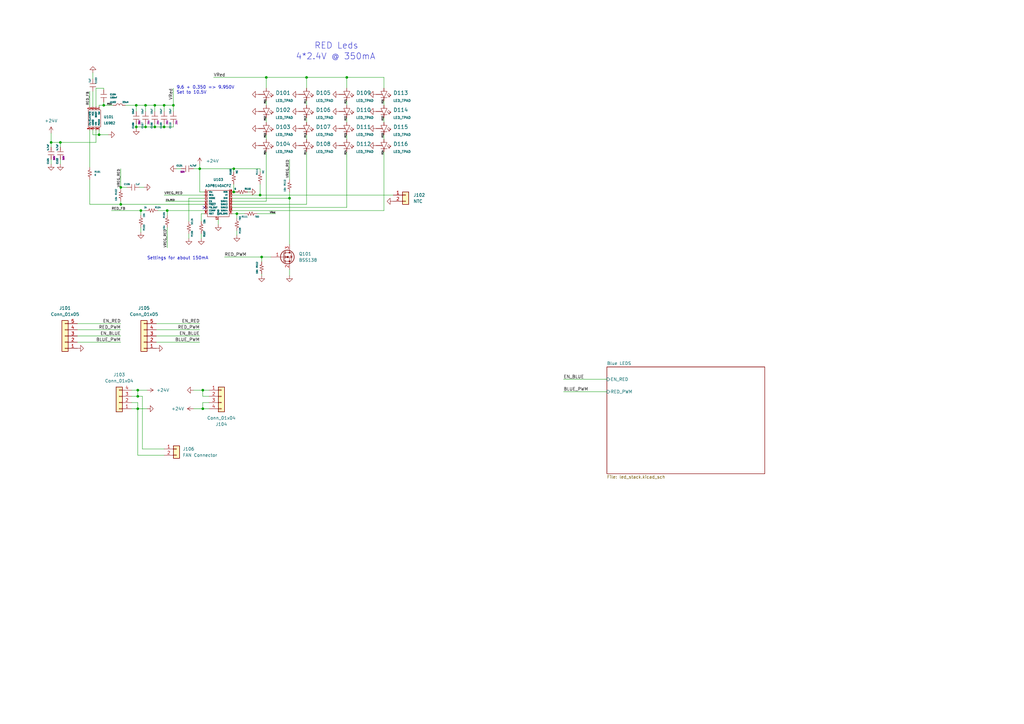
<source format=kicad_sch>
(kicad_sch (version 20211123) (generator eeschema)
  (paper "A3")
  (lib_symbols
    (symbol "ADP8140:ADP8140ACPZ"
      (property "Reference" "U" (at 0 6.985 0))
      (property "Value" "ADP8140ACPZ" (at 0 6.985 0))
      (symbol "ADP8140ACPZ_0_1"
        (rectangle (start -4.445 5.08) (end 4.445 -5.715) (stroke (width 0.1524)))
      )
      (symbol "ADP8140ACPZ_1_1"
        (pin power_in line (at -5.715 4.445 0) (length 1.27) (name "Vin") (number "1"))
        (pin power_out line (at 5.715 -3.175 180) (length 1.27) (name "SINK4") (number "10"))
        (pin power_out line (at 5.715 -1.905 180) (length 1.27) (name "SINK3") (number "11"))
        (pin power_out line (at 5.715 -0.635 180) (length 1.27) (name "SINK2") (number "12"))
        (pin power_out line (at 5.715 0.635 180) (length 1.27) (name "SINK1") (number "13"))
        (pin input line (at 5.715 1.905 180) (length 1.27) (name "DIM") (number "14"))
        (pin input line (at 5.715 3.175 180) (length 1.27) (name "VT") (number "15"))
        (pin input line (at 5.715 4.445 180) (length 1.27) (name "MIN") (number "16"))
        (pin power_in line (at 0 -6.985 90) (length 1.27) (name "EPAD") (number "17"))
        (pin power_out line (at -5.715 3.175 0) (length 1.27) (name "REG") (number "2"))
        (pin input line (at -5.715 1.905 0) (length 1.27) (name "MODE") (number "3"))
        (pin input line (at -5.715 0.635 0) (length 1.27) (name "EN") (number "4"))
        (pin output line (at -5.715 -0.635 0) (length 1.27) (name "~{FAULT}") (number "5"))
        (pin output line (at -5.715 -1.905 0) (length 1.27) (name "FB_OUT") (number "6"))
        (pin output line (at -5.715 -3.175 0) (length 1.27) (name "COMP") (number "7"))
        (pin input line (at -5.715 -4.445 0) (length 1.27) (name "ISET") (number "8"))
        (pin input line (at 5.715 -4.445 180) (length 1.27) (name "VO_SNS") (number "9"))
      )
    )
    (symbol "Connector_Generic:Conn_01x02" (pin_names (offset 1.016) hide)
      (property "Reference" "J" (at 0 2.54 0))
      (property "Value" "Conn_01x02" (at 0 -5.08 0))
      (symbol "Conn_01x02_1_1"
        (rectangle (start -1.27 -2.413) (end 0 -2.667) (stroke (width 0.1524)))
        (rectangle (start -1.27 0.127) (end 0 -0.127) (stroke (width 0.1524)))
        (rectangle (start -1.27 1.27) (end 1.27 -3.81) (stroke (width 0.254)) (fill (type background)))
        (pin passive line (at -5.08 0 0) (length 3.81) (name "Pin_1") (number "1"))
        (pin passive line (at -5.08 -2.54 0) (length 3.81) (name "Pin_2") (number "2"))
      )
    )
    (symbol "Connector_Generic:Conn_01x04" (pin_names (offset 1.016) hide)
      (property "Reference" "J" (at 0 5.08 0))
      (property "Value" "Conn_01x04" (at 0 -7.62 0))
      (symbol "Conn_01x04_1_1"
        (rectangle (start -1.27 -4.953) (end 0 -5.207) (stroke (width 0.1524)))
        (rectangle (start -1.27 -2.413) (end 0 -2.667) (stroke (width 0.1524)))
        (rectangle (start -1.27 0.127) (end 0 -0.127) (stroke (width 0.1524)))
        (rectangle (start -1.27 2.667) (end 0 2.413) (stroke (width 0.1524)))
        (rectangle (start -1.27 3.81) (end 1.27 -6.35) (stroke (width 0.254)) (fill (type background)))
        (pin passive line (at -5.08 2.54 0) (length 3.81) (name "Pin_1") (number "1"))
        (pin passive line (at -5.08 0 0) (length 3.81) (name "Pin_2") (number "2"))
        (pin passive line (at -5.08 -2.54 0) (length 3.81) (name "Pin_3") (number "3"))
        (pin passive line (at -5.08 -5.08 0) (length 3.81) (name "Pin_4") (number "4"))
      )
    )
    (symbol "Connector_Generic:Conn_01x05" (pin_names (offset 1.016) hide)
      (property "Reference" "J" (at 0 7.62 0))
      (property "Value" "Conn_01x05" (at 0 -7.62 0))
      (symbol "Conn_01x05_1_1"
        (rectangle (start -1.27 -4.953) (end 0 -5.207) (stroke (width 0.1524)))
        (rectangle (start -1.27 -2.413) (end 0 -2.667) (stroke (width 0.1524)))
        (rectangle (start -1.27 0.127) (end 0 -0.127) (stroke (width 0.1524)))
        (rectangle (start -1.27 2.667) (end 0 2.413) (stroke (width 0.1524)))
        (rectangle (start -1.27 5.207) (end 0 4.953) (stroke (width 0.1524)))
        (rectangle (start -1.27 6.35) (end 1.27 -6.35) (stroke (width 0.254)) (fill (type background)))
        (pin passive line (at -5.08 5.08 0) (length 3.81) (name "Pin_1") (number "1"))
        (pin passive line (at -5.08 2.54 0) (length 3.81) (name "Pin_2") (number "2"))
        (pin passive line (at -5.08 0 0) (length 3.81) (name "Pin_3") (number "3"))
        (pin passive line (at -5.08 -2.54 0) (length 3.81) (name "Pin_4") (number "4"))
        (pin passive line (at -5.08 -5.08 0) (length 3.81) (name "Pin_5") (number "5"))
      )
    )
    (symbol "L6982NDR:L6982"
      (property "Reference" "U" (at 0 4.445 0))
      (property "Value" "L6982" (at 0 4.445 0))
      (symbol "L6982_0_1"
        (rectangle (start -3.81 2.54) (end 3.175 -2.54) (stroke (width 0.1524)))
      )
      (symbol "L6982_1_1"
        (pin output line (at -5.08 1.905 0) (length 1.27) (name "SW") (number "1"))
        (pin input line (at -5.08 0.635 0) (length 1.27) (name "BOOT") (number "2"))
        (pin power_out line (at -5.08 -0.635 0) (length 1.27) (name "VCC") (number "3"))
        (pin input line (at -5.08 -1.905 0) (length 1.27) (name "FB") (number "4"))
        (pin input line (at 4.445 -1.905 180) (length 1.27) (name "EN/CLKIN") (number "5"))
        (pin power_in line (at 4.445 -0.635 180) (length 1.27) (name "AGND") (number "6"))
        (pin power_in line (at 4.445 0.635 180) (length 1.27) (name "VIN") (number "7"))
        (pin power_in line (at 4.445 1.905 180) (length 1.27) (name "PGND") (number "8"))
      )
    )
    (symbol "NMOS:BSS138" (pin_names (offset 0) hide)
      (property "Reference" "Q" (at 5.08 1.905 0))
      (property "Value" "BSS138" (at 5.08 0 0))
      (symbol "BSS138_0_1"
        (polyline (pts (xy 0.762 -1.778) (xy 2.54 -1.778)))
        (polyline (pts (xy 0.762 -1.27) (xy 0.762 -2.286)) (stroke (width 0.254)))
        (polyline (pts (xy 0.762 0) (xy 2.54 0)))
        (polyline (pts (xy 0.762 0.508) (xy 0.762 -0.508)) (stroke (width 0.254)))
        (polyline (pts (xy 0.762 1.778) (xy 2.54 1.778)))
        (polyline (pts (xy 0.762 2.286) (xy 0.762 1.27)) (stroke (width 0.254)))
        (polyline (pts (xy 2.54 -1.778) (xy 2.54 -2.54)))
        (polyline (pts (xy 2.54 -1.778) (xy 2.54 0)))
        (polyline (pts (xy 2.54 2.54) (xy 2.54 1.778)))
        (polyline (pts (xy 0.254 1.905) (xy 0.254 -1.905) (xy 0.254 -1.905)) (stroke (width 0.254)))
        (polyline (pts (xy 1.016 0) (xy 2.032 0.381) (xy 2.032 -0.381) (xy 1.016 0)) (fill (type outline)))
        (polyline (pts (xy 2.54 -1.778) (xy 3.302 -1.778) (xy 3.302 1.778) (xy 2.54 1.778)))
        (polyline (pts (xy 2.794 0.508) (xy 2.921 0.381) (xy 3.683 0.381) (xy 3.81 0.254)))
        (polyline (pts (xy 3.302 0.381) (xy 2.921 -0.254) (xy 3.683 -0.254) (xy 3.302 0.381)))
        (circle (center 1.651 0) (radius 2.8194) (stroke (width 0.254)))
        (circle (center 2.54 -1.778) (radius 0.2794) (fill (type outline)))
        (circle (center 2.54 1.778) (radius 0.2794) (fill (type outline)))
      )
      (symbol "BSS138_1_1"
        (pin input line (at -5.08 0 0) (length 5.334) (name "G") (number "1"))
        (pin passive line (at 2.54 -5.08 90) (length 2.54) (name "S") (number "2"))
        (pin passive line (at 2.54 5.08 270) (length 2.54) (name "D") (number "3"))
      )
    )
    (symbol "passives:CAP_0603" (pin_numbers hide) (pin_names (offset 0) hide)
      (property "Reference" "C" (at 0 -2.54 0))
      (property "Value" "CAP_0603" (at 0 1.905 0))
      (symbol "CAP_0603_0_1"
        (polyline (pts (xy -1.27 0) (xy -0.635 0)))
        (polyline (pts (xy -0.635 -1.27) (xy -0.635 1.27)))
        (polyline (pts (xy 0.635 -1.27) (xy 0.635 -0.635)))
        (polyline (pts (xy 0.635 0.635) (xy 0.635 -0.635)))
        (polyline (pts (xy 0.635 1.27) (xy 0.635 0.635)))
        (polyline (pts (xy 1.27 0) (xy 0.635 0)))
      )
      (symbol "CAP_0603_1_1"
        (pin passive line (at -2.54 0 0) (length 1.27) (name "~") (number "1"))
        (pin passive line (at 2.54 0 180) (length 1.27) (name "~") (number "2"))
      )
    )
    (symbol "passives:CAP_0805" (pin_numbers hide) (pin_names (offset 0) hide)
      (property "Reference" "C" (at 0 -2.54 0))
      (property "Value" "CAP_0805" (at 0 1.905 0))
      (symbol "CAP_0805_0_1"
        (polyline (pts (xy -1.27 0) (xy -0.635 0)))
        (polyline (pts (xy -0.635 -1.27) (xy -0.635 1.27)))
        (polyline (pts (xy 0.635 -1.27) (xy 0.635 -0.635)))
        (polyline (pts (xy 0.635 0.635) (xy 0.635 -0.635)))
        (polyline (pts (xy 0.635 1.27) (xy 0.635 0.635)))
        (polyline (pts (xy 1.27 0) (xy 0.635 0)))
      )
      (symbol "CAP_0805_1_1"
        (pin passive line (at -2.54 0 0) (length 1.27) (name "~") (number "1"))
        (pin passive line (at 2.54 0 180) (length 1.27) (name "~") (number "2"))
      )
    )
    (symbol "passives:CAP_1206" (pin_numbers hide) (pin_names (offset 0) hide)
      (property "Reference" "C" (at 0 -2.54 0))
      (property "Value" "CAP_1206" (at 0 1.905 0))
      (symbol "CAP_1206_0_1"
        (polyline (pts (xy -1.27 0) (xy -0.635 0)))
        (polyline (pts (xy -0.635 -1.27) (xy -0.635 1.27)))
        (polyline (pts (xy 0.635 -1.27) (xy 0.635 -0.635)))
        (polyline (pts (xy 0.635 0.635) (xy 0.635 -0.635)))
        (polyline (pts (xy 0.635 1.27) (xy 0.635 0.635)))
        (polyline (pts (xy 1.27 0) (xy 0.635 0)))
      )
      (symbol "CAP_1206_1_1"
        (pin passive line (at -2.54 0 0) (length 1.27) (name "~") (number "1"))
        (pin passive line (at 2.54 0 180) (length 1.27) (name "~") (number "2"))
      )
    )
    (symbol "passives:IND_SMALL" (pin_numbers hide) (pin_names (offset 0) hide)
      (property "Reference" "U" (at 0 0 0))
      (property "Value" "IND_SMALL" (at 0 0 0))
      (symbol "IND_SMALL_0_1"
        (arc (start 0 0) (mid -0.635 0.635) (end -1.27 0))
        (arc (start 1.27 0) (mid 0.635 0.635) (end 0 0))
      )
      (symbol "IND_SMALL_1_1"
        (pin passive line (at -2.54 0 0) (length 1.27) (name "~") (number "1"))
        (pin passive line (at 2.54 0 180) (length 1.27) (name "~") (number "2"))
      )
    )
    (symbol "passives:LED_TPAD" (pin_numbers hide) (pin_names (offset 0) hide)
      (property "Reference" "D" (at 8.255 0 0))
      (property "Value" "LED_TPAD" (at 0 4.445 0))
      (symbol "LED_TPAD_0_1"
        (polyline (pts (xy 0 1.27) (xy 1.016 2.286)))
        (polyline (pts (xy 0.508 2.794) (xy 0 2.794)))
        (polyline (pts (xy 1.016 2.286) (xy 0.508 2.286)))
        (polyline (pts (xy 1.016 2.286) (xy 1.016 1.778)))
        (polyline (pts (xy 1.27 0) (xy 1.27 -1.27)))
        (polyline (pts (xy 1.27 0) (xy 1.27 1.27)))
        (polyline (pts (xy -0.508 1.778) (xy 0.508 2.794) (xy 0.508 2.286)))
        (polyline (pts (xy -1.27 0) (xy -1.27 1.27) (xy 1.27 0) (xy -1.27 -1.27) (xy -1.27 0)))
      )
      (symbol "LED_TPAD_1_1"
        (pin input line (at -2.54 0 0) (length 1.27) (name "A") (number "A"))
        (pin input line (at 2.54 0 180) (length 1.27) (name "K") (number "K"))
        (pin passive line (at 0 -3.175 90) (length 2.54) (name "PAD") (number "N"))
      )
    )
    (symbol "passives:RES_0603" (pin_numbers hide) (pin_names (offset 0) hide)
      (property "Reference" "R" (at 0 -2.54 0))
      (property "Value" "RES_0603" (at 0 1.27 0))
      (symbol "RES_0603_0_1"
        (polyline (pts (xy -1.27 0) (xy -1.016 0.762) (xy -0.508 -0.762) (xy 0 0.762) (xy 0.508 -0.762) (xy 1.016 0.762) (xy 1.27 0)))
      )
      (symbol "RES_0603_1_1"
        (pin input line (at -2.54 0 0) (length 1.27) (name "1") (number "1"))
        (pin input line (at 2.54 0 180) (length 1.27) (name "2") (number "2"))
      )
    )
    (symbol "power:+24V" (power) (pin_names (offset 0))
      (property "Value" "+24V" (at 0 3.556 0))
      (symbol "+24V_0_1"
        (polyline (pts (xy -0.762 1.27) (xy 0 2.54)))
        (polyline (pts (xy 0 0) (xy 0 2.54)))
        (polyline (pts (xy 0 2.54) (xy 0.762 1.27)))
      )
      (symbol "+24V_1_1"
        (pin power_in line (at 0 0 90) (length 0) hide (name "+24V") (number "1"))
      )
    )
    (symbol "power:GND" (power) (pin_names (offset 0))
      (property "Value" "GND" (at 0 -3.81 0))
      (symbol "GND_0_1"
        (polyline (pts (xy 0 0) (xy 0 -1.27) (xy 1.27 -1.27) (xy 0 -2.54) (xy -1.27 -1.27) (xy 0 -1.27)))
      )
      (symbol "GND_1_1"
        (pin power_in line (at 0 0 270) (length 0) hide (name "GND") (number "1"))
      )
    )
  )
  (junction (at 107.315 105.41))
  (junction (at 109.22 31.75))
  (junction (at 68.58 86.36))
  (junction (at 142.24 31.75))
  (junction (at 49.53 76.835))
  (junction (at 106.68 80.01))
  (junction (at 97.155 87.63))
  (junction (at 40.64 55.245))
  (junction (at 55.88 52.07))
  (junction (at 83.185 160.02))
  (junction (at 24.765 58.42))
  (junction (at 59.69 43.18))
  (junction (at 20.955 58.42))
  (junction (at 71.12 43.18))
  (junction (at 56.515 160.02))
  (junction (at 67.31 43.18))
  (junction (at 95.885 78.74))
  (junction (at 67.31 52.07))
  (junction (at 55.88 43.18))
  (junction (at 125.73 31.75))
  (junction (at 59.69 52.07))
  (junction (at 56.515 167.64))
  (junction (at 95.885 69.215))
  (junction (at 56.515 162.56))
  (junction (at 63.5 52.07))
  (junction (at 83.185 167.64))
  (junction (at 81.915 69.215))
  (junction (at 42.545 43.18))
  (junction (at 57.785 86.36))
  (junction (at 63.5 43.18))
  (junction (at 118.745 81.28))
  (junction (at 49.53 83.82))
  (no_connect (at 83.82 85.09))
  (wire (pts (xy 71.12 50.8) (xy 71.12 52.07)))
  (wire (pts (xy 63.5 43.18) (xy 63.5 45.72)))
  (wire (pts (xy 56.515 160.02) (xy 56.515 162.56)))
  (wire (pts (xy 31.75 137.795) (xy 49.53 137.795)))
  (wire (pts (xy 49.53 76.835) (xy 49.53 77.47)))
  (wire (pts (xy 101.6 78.74) (xy 102.235 78.74)))
  (wire (pts (xy 71.12 43.18) (xy 67.31 43.18)))
  (wire (pts (xy 81.915 78.74) (xy 81.915 69.215)))
  (wire (pts (xy 125.73 48.26) (xy 125.73 50.165)))
  (wire (pts (xy 59.69 50.8) (xy 59.69 52.07)))
  (wire (pts (xy 68.58 86.36) (xy 68.58 88.265)))
  (wire (pts (xy 109.22 82.55) (xy 109.22 62.23)))
  (wire (pts (xy 67.31 52.07) (xy 71.12 52.07)))
  (wire (pts (xy 56.515 160.02) (xy 60.325 160.02)))
  (wire (pts (xy 56.515 165.1) (xy 56.515 167.64)))
  (wire (pts (xy 83.185 162.56) (xy 83.185 160.02)))
  (wire (pts (xy 248.92 155.575) (xy 231.14 155.575)))
  (wire (pts (xy 42.545 41.91) (xy 42.545 43.18)))
  (wire (pts (xy 55.88 43.18) (xy 55.88 45.72)))
  (wire (pts (xy 83.185 167.64) (xy 83.185 165.1)))
  (wire (pts (xy 142.24 31.75) (xy 125.73 31.75)))
  (wire (pts (xy 58.42 184.15) (xy 67.31 184.15)))
  (wire (pts (xy 95.25 80.01) (xy 106.68 80.01)))
  (wire (pts (xy 56.515 167.64) (xy 56.515 186.69)))
  (wire (pts (xy 157.48 86.36) (xy 157.48 62.23)))
  (wire (pts (xy 53.975 167.64) (xy 56.515 167.64)))
  (wire (pts (xy 85.725 167.64) (xy 83.185 167.64)))
  (wire (pts (xy 71.12 45.72) (xy 71.12 43.18)))
  (wire (pts (xy 49.53 69.215) (xy 49.53 76.835)))
  (wire (pts (xy 53.975 160.02) (xy 56.515 160.02)))
  (wire (pts (xy 157.48 48.26) (xy 157.48 50.165)))
  (wire (pts (xy 24.765 58.42) (xy 20.955 58.42)))
  (wire (pts (xy 57.785 86.36) (xy 57.785 88.265)))
  (wire (pts (xy 95.25 82.55) (xy 109.22 82.55)))
  (wire (pts (xy 38.1 53.34) (xy 38.1 55.245)))
  (wire (pts (xy 248.92 160.655) (xy 231.14 160.655)))
  (wire (pts (xy 97.155 87.63) (xy 97.155 89.535)))
  (wire (pts (xy 82.55 95.885) (xy 82.55 97.79)))
  (wire (pts (xy 64.135 137.795) (xy 81.915 137.795)))
  (wire (pts (xy 51.435 43.18) (xy 55.88 43.18)))
  (wire (pts (xy 49.53 82.55) (xy 49.53 83.82)))
  (wire (pts (xy 95.25 81.28) (xy 118.745 81.28)))
  (wire (pts (xy 83.82 78.74) (xy 81.915 78.74)))
  (wire (pts (xy 40.64 43.815) (xy 40.64 43.18)))
  (wire (pts (xy 97.155 87.63) (xy 100.33 87.63)))
  (wire (pts (xy 106.68 75.565) (xy 106.68 80.01)))
  (wire (pts (xy 57.785 93.345) (xy 57.785 95.25)))
  (wire (pts (xy 39.37 36.195) (xy 42.545 36.195)))
  (wire (pts (xy 142.24 31.75) (xy 142.24 36.195)))
  (wire (pts (xy 142.24 55.245) (xy 142.24 57.15)))
  (wire (pts (xy 58.42 162.56) (xy 58.42 184.15)))
  (wire (pts (xy 125.73 55.245) (xy 125.73 57.15)))
  (wire (pts (xy 74.295 69.215) (xy 72.39 69.215)))
  (wire (pts (xy 81.915 69.215) (xy 95.885 69.215)))
  (wire (pts (xy 40.64 43.18) (xy 42.545 43.18)))
  (wire (pts (xy 106.68 69.215) (xy 95.885 69.215)))
  (wire (pts (xy 68.58 86.36) (xy 83.82 86.36)))
  (wire (pts (xy 63.5 52.07) (xy 67.31 52.07)))
  (wire (pts (xy 107.315 105.41) (xy 107.315 107.315)))
  (wire (pts (xy 38.1 37.465) (xy 38.1 43.815)))
  (wire (pts (xy 125.73 41.275) (xy 125.73 43.18)))
  (wire (pts (xy 157.48 31.75) (xy 142.24 31.75)))
  (wire (pts (xy 125.73 31.75) (xy 125.73 36.195)))
  (wire (pts (xy 63.5 50.8) (xy 63.5 52.07)))
  (wire (pts (xy 95.885 69.215) (xy 95.885 70.485)))
  (wire (pts (xy 20.955 54.61) (xy 20.955 58.42)))
  (wire (pts (xy 63.5 43.18) (xy 59.69 43.18)))
  (wire (pts (xy 24.765 58.42) (xy 24.765 60.325)))
  (wire (pts (xy 67.31 50.8) (xy 67.31 52.07)))
  (wire (pts (xy 31.75 140.335) (xy 49.53 140.335)))
  (wire (pts (xy 40.64 55.245) (xy 44.45 55.245)))
  (wire (pts (xy 45.72 86.36) (xy 57.785 86.36)))
  (wire (pts (xy 107.315 112.395) (xy 107.315 113.03)))
  (wire (pts (xy 142.24 41.275) (xy 142.24 43.18)))
  (wire (pts (xy 56.515 186.69) (xy 67.31 186.69)))
  (wire (pts (xy 40.64 53.34) (xy 40.64 55.245)))
  (wire (pts (xy 95.25 86.36) (xy 157.48 86.36)))
  (wire (pts (xy 38.1 55.245) (xy 40.64 55.245)))
  (wire (pts (xy 53.975 162.56) (xy 56.515 162.56)))
  (wire (pts (xy 85.725 165.1) (xy 83.185 165.1)))
  (wire (pts (xy 67.31 43.18) (xy 67.31 45.72)))
  (wire (pts (xy 89.535 90.17) (xy 89.535 92.075)))
  (wire (pts (xy 68.58 93.345) (xy 68.58 101.6)))
  (wire (pts (xy 157.48 41.275) (xy 157.48 43.18)))
  (wire (pts (xy 118.745 78.74) (xy 118.745 81.28)))
  (wire (pts (xy 59.69 52.07) (xy 63.5 52.07)))
  (wire (pts (xy 20.955 65.405) (xy 20.955 67.31)))
  (wire (pts (xy 157.48 55.245) (xy 157.48 57.15)))
  (wire (pts (xy 59.69 43.18) (xy 55.88 43.18)))
  (wire (pts (xy 106.68 70.485) (xy 106.68 69.215)))
  (wire (pts (xy 142.24 85.09) (xy 142.24 62.23)))
  (wire (pts (xy 67.31 80.01) (xy 83.82 80.01)))
  (wire (pts (xy 118.745 65.405) (xy 118.745 73.66)))
  (wire (pts (xy 55.88 50.8) (xy 55.88 52.07)))
  (wire (pts (xy 85.725 162.56) (xy 83.185 162.56)))
  (wire (pts (xy 95.25 85.09) (xy 142.24 85.09)))
  (wire (pts (xy 125.73 83.82) (xy 125.73 62.23)))
  (wire (pts (xy 83.185 160.02) (xy 79.375 160.02)))
  (wire (pts (xy 55.88 52.07) (xy 59.69 52.07)))
  (wire (pts (xy 39.37 43.815) (xy 39.37 36.195)))
  (wire (pts (xy 109.22 41.275) (xy 109.22 43.18)))
  (wire (pts (xy 39.37 53.34) (xy 39.37 58.42)))
  (wire (pts (xy 64.135 135.255) (xy 81.915 135.255)))
  (wire (pts (xy 118.745 81.28) (xy 118.745 100.33)))
  (wire (pts (xy 42.545 36.195) (xy 42.545 36.83)))
  (wire (pts (xy 106.68 80.01) (xy 161.29 80.01)))
  (wire (pts (xy 36.83 53.34) (xy 36.83 68.58)))
  (wire (pts (xy 36.83 37.465) (xy 36.83 43.815)))
  (wire (pts (xy 79.375 69.215) (xy 81.915 69.215)))
  (wire (pts (xy 49.53 76.835) (xy 52.07 76.835)))
  (wire (pts (xy 59.69 86.36) (xy 57.785 86.36)))
  (wire (pts (xy 67.945 82.55) (xy 83.82 82.55)))
  (wire (pts (xy 77.47 95.885) (xy 77.47 97.79)))
  (wire (pts (xy 109.22 48.26) (xy 109.22 50.165)))
  (wire (pts (xy 95.885 75.565) (xy 95.885 78.74)))
  (wire (pts (xy 157.48 36.195) (xy 157.48 31.75)))
  (wire (pts (xy 109.22 31.75) (xy 109.22 36.195)))
  (wire (pts (xy 71.12 36.195) (xy 71.12 43.18)))
  (wire (pts (xy 87.63 31.75) (xy 109.22 31.75)))
  (wire (pts (xy 24.765 65.405) (xy 24.765 67.31)))
  (wire (pts (xy 125.73 31.75) (xy 109.22 31.75)))
  (wire (pts (xy 56.515 162.56) (xy 58.42 162.56)))
  (wire (pts (xy 95.25 83.82) (xy 125.73 83.82)))
  (wire (pts (xy 92.075 105.41) (xy 107.315 105.41)))
  (wire (pts (xy 55.88 52.07) (xy 55.88 52.705)))
  (wire (pts (xy 42.545 43.18) (xy 46.355 43.18)))
  (wire (pts (xy 53.975 165.1) (xy 56.515 165.1)))
  (wire (pts (xy 36.83 83.82) (xy 49.53 83.82)))
  (wire (pts (xy 83.185 167.64) (xy 79.375 167.64)))
  (wire (pts (xy 64.135 140.335) (xy 81.915 140.335)))
  (wire (pts (xy 83.82 81.28) (xy 77.47 81.28)))
  (wire (pts (xy 95.25 87.63) (xy 97.155 87.63)))
  (wire (pts (xy 85.725 160.02) (xy 83.185 160.02)))
  (wire (pts (xy 97.155 94.615) (xy 97.155 96.52)))
  (wire (pts (xy 38.1 29.845) (xy 38.1 32.385)))
  (wire (pts (xy 77.47 81.28) (xy 77.47 90.805)))
  (wire (pts (xy 49.53 83.82) (xy 83.82 83.82)))
  (wire (pts (xy 95.25 78.74) (xy 95.885 78.74)))
  (wire (pts (xy 59.69 43.18) (xy 59.69 45.72)))
  (wire (pts (xy 81.915 67.31) (xy 81.915 69.215)))
  (wire (pts (xy 64.77 86.36) (xy 68.58 86.36)))
  (wire (pts (xy 31.75 135.255) (xy 49.53 135.255)))
  (wire (pts (xy 142.24 48.26) (xy 142.24 50.165)))
  (wire (pts (xy 36.83 73.66) (xy 36.83 83.82)))
  (wire (pts (xy 56.515 167.64) (xy 60.325 167.64)))
  (wire (pts (xy 118.745 110.49) (xy 118.745 113.03)))
  (wire (pts (xy 64.135 132.715) (xy 81.915 132.715)))
  (wire (pts (xy 39.37 58.42) (xy 24.765 58.42)))
  (wire (pts (xy 95.885 78.74) (xy 96.52 78.74)))
  (wire (pts (xy 20.955 58.42) (xy 20.955 60.325)))
  (wire (pts (xy 57.15 76.835) (xy 59.055 76.835)))
  (wire (pts (xy 83.82 87.63) (xy 82.55 87.63)))
  (wire (pts (xy 31.75 132.715) (xy 49.53 132.715)))
  (wire (pts (xy 107.315 105.41) (xy 111.125 105.41)))
  (wire (pts (xy 105.41 87.63) (xy 113.03 87.63)))
  (wire (pts (xy 109.22 55.245) (xy 109.22 57.15)))
  (wire (pts (xy 82.55 87.63) (xy 82.55 90.805)))
  (wire (pts (xy 67.31 43.18) (xy 63.5 43.18)))
  (text "9.6 + 0.350 => 9.950V\nSet to 10.5V" (at 72.39 38.735 0) (effects (font (size 1.27 1.27)) (justify left bottom)))
  (text "Settings for about 150mA" (at 60.325 106.68 0) (effects (font (size 1.27 1.27)) (justify left bottom)))
  (text "4*2.4V @ 350mA" (at 121.285 24.765 0) (effects (font (size 2.54 2.54)) (justify left bottom)))
  (text "RED Leds" (at 128.905 20.32 0) (effects (font (size 2.54 2.54)) (justify left bottom)))
  (label "VRed" (at 113.03 87.63 180) (effects (font (size 0.635 0.635))))
  (label "VRed" (at 87.63 31.75 0))
  (label "R34" (at 157.48 63.5 90) (effects (font (size 0.635 0.635))))
  (label "R31" (at 157.48 42.545 90) (effects (font (size 0.635 0.635))))
  (label "BLUE_PWM" (at 81.915 140.335 180))
  (label "R11" (at 125.73 42.545 90) (effects (font (size 0.635 0.635))))
  (label "VRed" (at 71.12 36.195 270))
  (label "EN_BLUE" (at 49.53 137.795 180))
  (label "RSW" (at 43.815 43.18 0) (effects (font (size 0.635 0.635))))
  (label "EN_RED" (at 49.53 132.715 180))
  (label "VREG_RED" (at 68.58 101.6 90) (effects (font (size 1 1))))
  (label "RED_FB" (at 36.83 37.465 270) (effects (font (size 1 1))))
  (label "R33" (at 157.48 56.515 90) (effects (font (size 0.635 0.635))))
  (label "R03" (at 109.22 56.515 90) (effects (font (size 0.635 0.635))))
  (label "R13" (at 125.73 56.515 90) (effects (font (size 0.635 0.635))))
  (label "BLUE_PWM" (at 231.14 160.655 0))
  (label "R01" (at 109.22 42.545 90) (effects (font (size 0.635 0.635))))
  (label "R32" (at 157.48 49.53 90) (effects (font (size 0.635 0.635))))
  (label "R04" (at 109.22 63.5 90) (effects (font (size 0.635 0.635))))
  (label "EN_BLUE" (at 231.14 155.575 0))
  (label "RED_PWM" (at 81.915 135.255 180))
  (label "VREG_RED" (at 49.53 69.215 270) (effects (font (size 1 1))))
  (label "VREG_RED" (at 118.745 65.405 270) (effects (font (size 1 1))))
  (label "R02" (at 109.22 49.53 90) (effects (font (size 0.635 0.635))))
  (label "EN_BLUE" (at 81.915 137.795 180))
  (label "RED_PWM" (at 92.075 105.41 0))
  (label "EN_RED" (at 67.945 82.55 0) (effects (font (size 0.635 0.635))))
  (label "EN_RED" (at 81.915 132.715 180))
  (label "R23" (at 142.24 56.515 90) (effects (font (size 0.635 0.635))))
  (label "R12" (at 125.73 49.53 90) (effects (font (size 0.635 0.635))))
  (label "VREG_RED" (at 67.31 80.01 0) (effects (font (size 1 1))))
  (label "R14" (at 125.73 63.5 90) (effects (font (size 0.635 0.635))))
  (label "RED_FB" (at 45.72 86.36 0) (effects (font (size 1 1))))
  (label "R21" (at 142.24 42.545 90) (effects (font (size 0.635 0.635))))
  (label "BLUE_PWM" (at 49.53 140.335 180))
  (label "R24" (at 142.24 63.5 90) (effects (font (size 0.635 0.635))))
  (label "RED_PWM" (at 49.53 135.255 180))
  (label "R22" (at 142.24 49.53 90) (effects (font (size 0.635 0.635))))
  (symbol (lib_id "power:GND") (at 89.535 92.075 0) (unit 1)
    (property "Reference" "#PWR0119" (effects hide))
    (property "Value" "GND" (effects hide))
  )
  (symbol (lib_id "passives:CAP_1206") (at 59.69 48.26 270) (unit 1)
    (property "Reference" "C107" (at 58.42 50.165 0) (effects (font (size 0.635 0.635)) (justify left)))
    (property "Value" "10uF" (at 58.42 44.45 0) (effects (font (size 0.635 0.635)) (justify left)))
    (property "Footprint" "SM1206" (effects hide))
    (property "Volt" "25V" (at 60.96 50.165 0) (effects (font (size 0.635 0.635))))
    (property "Vendor" "MOUSER" (effects hide))
    (property "SKU" "810-C3216X7R1H106160" (effects hide))
  )
  (symbol (lib_id "power:GND") (at 60.325 167.64 90) (unit 1)
    (property "Reference" "#PWR0171" (effects hide))
    (property "Value" "GND" (effects hide))
  )
  (symbol (lib_id "power:GND") (at 139.065 59.69 270) (unit 1)
    (property "Reference" "#PWR0110" (effects hide))
    (property "Value" "GND" (effects hide))
  )
  (symbol (lib_id "ADP8140:ADP8140ACPZ") (at 89.535 83.185 0) (unit 1)
    (property "Reference" "U103" (at 89.535 73.66 0) (effects (font (size 1 1))))
    (property "Value" "ADP8140ACPZ" (at 89.535 76.2 0) (effects (font (size 1 1))))
    (property "Footprint" "QFN:ADP8140_LFCSP16_4x4_0.4mm" (effects hide))
  )
  (symbol (lib_id "power:GND") (at 72.39 69.215 270) (unit 1)
    (property "Reference" "#PWR0168" (effects hide))
    (property "Value" "GND" (effects hide))
  )
  (symbol (lib_id "passives:LED_TPAD") (at 109.22 45.72 270) (unit 1)
    (property "Reference" "D102" (at 113.03 45.085 90) (effects (font (size 1.524 1.524)) (justify left)))
    (property "Value" "LED_TPAD" (at 113.03 48.2599 90) (effects (font (size 0.9906 0.9906)) (justify left)))
    (property "Footprint" "Cree:XLamp_MLE" (effects hide))
  )
  (symbol (lib_id "power:GND") (at 154.305 38.735 270) (unit 1)
    (property "Reference" "#PWR0106" (effects hide))
    (property "Value" "GND" (effects hide))
  )
  (symbol (lib_id "passives:RES_0603") (at 107.315 109.855 90) (unit 1)
    (property "Reference" "R112" (at 105.41 107.315 0) (effects (font (size 0.635 0.635)) (justify right)))
    (property "Value" "10k" (at 105.41 110.49 0) (effects (font (size 0.635 0.635)) (justify right)))
    (property "Footprint" "SM0603" (effects hide))
  )
  (symbol (lib_id "passives:LED_TPAD") (at 109.22 38.735 270) (unit 1)
    (property "Reference" "D101" (at 113.03 38.1 90) (effects (font (size 1.524 1.524)) (justify left)))
    (property "Value" "LED_TPAD" (at 113.03 41.2749 90) (effects (font (size 0.9906 0.9906)) (justify left)))
    (property "Footprint" "Cree:XLamp_MLE" (effects hide))
  )
  (symbol (lib_id "power:GND") (at 102.235 78.74 90) (unit 1)
    (property "Reference" "#PWR0123" (effects hide))
    (property "Value" "GND" (effects hide))
  )
  (symbol (lib_id "passives:RES_0603") (at 36.83 71.12 90) (unit 1)
    (property "Reference" "R101" (at 38.735 70.485 90) (effects (font (size 0.635 0.635)) (justify right)))
    (property "Value" "0" (at 38.735 71.755 90) (effects (font (size 0.635 0.635)) (justify right)))
    (property "Footprint" "SM0603" (effects hide))
  )
  (symbol (lib_id "power:GND") (at 122.555 52.705 270) (unit 1)
    (property "Reference" "#PWR0109" (effects hide))
    (property "Value" "GND" (effects hide))
  )
  (symbol (lib_id "passives:LED_TPAD") (at 157.48 59.69 270) (unit 1)
    (property "Reference" "D116" (at 161.29 59.055 90) (effects (font (size 1.524 1.524)) (justify left)))
    (property "Value" "LED_TPAD" (at 161.29 62.2299 90) (effects (font (size 0.9906 0.9906)) (justify left)))
    (property "Footprint" "Cree:XLamp_MLE" (effects hide))
  )
  (symbol (lib_id "power:GND") (at 77.47 97.79 0) (unit 1)
    (property "Reference" "#PWR0129" (effects hide))
    (property "Value" "GND" (effects hide))
  )
  (symbol (lib_id "power:GND") (at 24.765 67.31 0) (unit 1)
    (property "Reference" "#PWR0124" (effects hide))
    (property "Value" "GND" (effects hide))
  )
  (symbol (lib_id "Connector_Generic:Conn_01x05") (at 59.055 137.795 180) (unit 1)
    (property "Reference" "J105" (at 59.055 126.365 0))
    (property "Value" "Conn_01x05" (at 59.055 128.905 0))
    (property "Footprint" "Connector_JST:JST_XH_B5B-XH-A_1x05_P2.50mm_Vertical" (effects hide))
  )
  (symbol (lib_id "passives:LED_TPAD") (at 157.48 45.72 270) (unit 1)
    (property "Reference" "D114" (at 161.29 45.085 90) (effects (font (size 1.524 1.524)) (justify left)))
    (property "Value" "LED_TPAD" (at 161.29 48.2599 90) (effects (font (size 0.9906 0.9906)) (justify left)))
    (property "Footprint" "Cree:XLamp_MLE" (effects hide))
  )
  (symbol (lib_id "passives:LED_TPAD") (at 142.24 52.705 270) (unit 1)
    (property "Reference" "D111" (at 146.05 52.07 90) (effects (font (size 1.524 1.524)) (justify left)))
    (property "Value" "LED_TPAD" (at 146.05 55.2449 90) (effects (font (size 0.9906 0.9906)) (justify left)))
    (property "Footprint" "Cree:XLamp_MLE" (effects hide))
  )
  (symbol (lib_id "passives:RES_0603") (at 57.785 90.805 270) (unit 1)
    (property "Reference" "R103" (at 59.055 93.345 0) (effects (font (size 0.635 0.635))))
    (property "Value" "10k" (at 59.055 88.265 0) (effects (font (size 0.635 0.635))))
    (property "Footprint" "SM0603" (effects hide))
  )
  (symbol (lib_id "Connector_Generic:Conn_01x02") (at 72.39 184.15 0) (unit 1)
    (property "Reference" "J106" (at 74.93 184.1499 0) (effects (justify left)))
    (property "Value" "FAN Connector" (at 74.93 186.6899 0) (effects (justify left)))
    (property "Footprint" "Connector_JST:JST_XH_B2B-XH-A_1x02_P2.50mm_Vertical" (effects hide))
  )
  (symbol (lib_id "passives:CAP_0805") (at 54.61 76.835 0) (unit 1)
    (property "Reference" "C105" (at 52.07 75.565 0) (effects (font (size 0.635 0.635))))
    (property "Value" "1uF" (at 56.515 75.565 0) (effects (font (size 0.635 0.635))))
    (property "Footprint" "SM0805" (effects hide))
  )
  (symbol (lib_id "passives:CAP_1206") (at 55.88 48.26 270) (unit 1)
    (property "Reference" "C106" (at 54.61 50.165 0) (effects (font (size 0.635 0.635)) (justify left)))
    (property "Value" "10uF" (at 54.61 44.45 0) (effects (font (size 0.635 0.635)) (justify left)))
    (property "Footprint" "SM1206" (effects hide))
    (property "Volt" "25V" (at 57.15 50.165 0) (effects (font (size 0.635 0.635))))
    (property "Vendor" "MOUSER" (effects hide))
    (property "SKU" "810-C3216X7R1H106160" (effects hide))
  )
  (symbol (lib_id "passives:LED_TPAD") (at 125.73 59.69 270) (unit 1)
    (property "Reference" "D108" (at 129.54 59.055 90) (effects (font (size 1.524 1.524)) (justify left)))
    (property "Value" "LED_TPAD" (at 129.54 62.2299 90) (effects (font (size 0.9906 0.9906)) (justify left)))
    (property "Footprint" "Cree:XLamp_MLE" (effects hide))
  )
  (symbol (lib_id "power:+24V") (at 20.955 54.61 0) (unit 1)
    (property "Reference" "#PWR0126" (effects hide))
    (property "Value" "+24V" (at 20.955 49.53 0))
  )
  (symbol (lib_id "power:GND") (at 44.45 55.245 90) (unit 1)
    (property "Reference" "#PWR0118" (effects hide))
    (property "Value" "GND" (effects hide))
  )
  (symbol (lib_id "passives:LED_TPAD") (at 109.22 52.705 270) (unit 1)
    (property "Reference" "D103" (at 113.03 52.07 90) (effects (font (size 1.524 1.524)) (justify left)))
    (property "Value" "LED_TPAD" (at 113.03 55.2449 90) (effects (font (size 0.9906 0.9906)) (justify left)))
    (property "Footprint" "Cree:XLamp_MLE" (effects hide))
  )
  (symbol (lib_id "passives:CAP_0603") (at 42.545 39.37 90) (unit 1)
    (property "Reference" "C104" (at 45.085 38.735 90) (effects (font (size 0.635 0.635)) (justify right)))
    (property "Value" "100nF" (at 45.085 40.005 90) (effects (font (size 0.635 0.635)) (justify right)))
    (property "Footprint" "SM0603" (effects hide))
  )
  (symbol (lib_id "passives:RES_0603") (at 62.23 86.36 0) (unit 1)
    (property "Reference" "R104" (at 64.77 85.09 0) (effects (font (size 0.635 0.635))))
    (property "Value" "3k" (at 59.69 85.09 0) (effects (font (size 0.635 0.635))))
    (property "Footprint" "SM0603" (effects hide))
  )
  (symbol (lib_id "power:+24V") (at 79.375 167.64 90) (unit 1)
    (property "Reference" "#PWR0173" (effects hide))
    (property "Value" "+24V" (at 75.565 167.6401 90) (effects (justify left)))
  )
  (symbol (lib_id "Connector_Generic:Conn_01x04") (at 90.805 162.56 0) (unit 1)
    (property "Reference" "J104" (at 90.805 173.99 0))
    (property "Value" "Conn_01x04" (at 90.805 171.45 0))
    (property "Footprint" "Connectors_Molex:MICROFIT_4POS_FEM_43650-0403" (effects hide))
  )
  (symbol (lib_id "passives:RES_0603") (at 118.745 76.2 90) (unit 1)
    (property "Reference" "R113" (at 116.84 73.66 0) (effects (font (size 0.635 0.635)) (justify right)))
    (property "Value" "10k" (at 116.84 76.835 0) (effects (font (size 0.635 0.635)) (justify right)))
    (property "Footprint" "SM0603" (effects hide))
  )
  (symbol (lib_id "power:GND") (at 154.305 45.72 270) (unit 1)
    (property "Reference" "#PWR0105" (effects hide))
    (property "Value" "GND" (effects hide))
  )
  (symbol (lib_id "Connector_Generic:Conn_01x05") (at 26.67 137.795 180) (unit 1)
    (property "Reference" "J101" (at 26.67 126.365 0))
    (property "Value" "Conn_01x05" (at 26.67 128.905 0))
    (property "Footprint" "Connector_JST:JST_XH_B5B-XH-A_1x05_P2.50mm_Vertical" (effects hide))
  )
  (symbol (lib_id "passives:IND_SMALL") (at 48.895 43.18 0) (unit 1)
    (property "Reference" "U102" (at 46.355 41.91 0) (effects (font (size 0.635 0.635))))
    (property "Value" "22uH" (at 51.435 41.91 0) (effects (font (size 0.635 0.635))))
    (property "Footprint" "Bourns:IND_SRP8540A_8.1x8.4x3.8mm" (effects hide))
    (property "Vendor" "MOUSER" (effects hide))
    (property "SKU" "652-SRP8540A-220M" (effects hide))
  )
  (symbol (lib_id "power:+24V") (at 81.915 67.31 0) (unit 1)
    (property "Reference" "#PWR0167" (effects hide))
    (property "Value" "+24V" (at 84.455 66.0399 0) (effects (justify left)))
  )
  (symbol (lib_id "passives:CAP_1206") (at 24.765 62.865 270) (unit 1)
    (property "Reference" "C102" (at 23.495 64.77 0) (effects (font (size 0.635 0.635)) (justify left)))
    (property "Value" "4.7uF" (at 23.495 59.055 0) (effects (font (size 0.635 0.635)) (justify left)))
    (property "Footprint" "SM1206" (effects hide))
    (property "Volt" "50V" (at 26.035 64.77 0) (effects (font (size 0.635 0.635))))
  )
  (symbol (lib_id "passives:LED_TPAD") (at 142.24 38.735 270) (unit 1)
    (property "Reference" "D109" (at 146.05 38.1 90) (effects (font (size 1.524 1.524)) (justify left)))
    (property "Value" "LED_TPAD" (at 146.05 41.2749 90) (effects (font (size 0.9906 0.9906)) (justify left)))
    (property "Footprint" "Cree:XLamp_MLE" (effects hide))
  )
  (symbol (lib_id "power:GND") (at 106.045 38.735 270) (unit 1)
    (property "Reference" "#PWR0115" (effects hide))
    (property "Value" "GND" (effects hide))
  )
  (symbol (lib_id "passives:CAP_1206") (at 67.31 48.26 270) (unit 1)
    (property "Reference" "C109" (at 66.04 50.165 0) (effects (font (size 0.635 0.635)) (justify left)))
    (property "Value" "10uF" (at 66.04 44.45 0) (effects (font (size 0.635 0.635)) (justify left)))
    (property "Footprint" "SM1206" (effects hide))
    (property "Volt" "25V" (at 68.58 50.165 0) (effects (font (size 0.635 0.635))))
    (property "Vendor" "MOUSER" (effects hide))
    (property "SKU" "810-C3216X7R1H106160" (effects hide))
  )
  (symbol (lib_id "passives:CAP_1206") (at 20.955 62.865 270) (unit 1)
    (property "Reference" "C101" (at 19.685 64.77 0) (effects (font (size 0.635 0.635)) (justify left)))
    (property "Value" "4.7uF" (at 19.685 59.055 0) (effects (font (size 0.635 0.635)) (justify left)))
    (property "Footprint" "SM1206" (effects hide))
    (property "Volt" "50V" (at 22.225 64.77 0) (effects (font (size 0.635 0.635))))
  )
  (symbol (lib_id "passives:RES_0603") (at 49.53 80.01 90) (unit 1)
    (property "Reference" "R102" (at 47.625 77.47 0) (effects (font (size 0.635 0.635)) (justify right)))
    (property "Value" "10k" (at 47.625 80.645 0) (effects (font (size 0.635 0.635)) (justify right)))
    (property "Footprint" "SM0603" (effects hide))
  )
  (symbol (lib_id "power:GND") (at 106.045 59.69 270) (unit 1)
    (property "Reference" "#PWR0113" (effects hide))
    (property "Value" "GND" (effects hide))
  )
  (symbol (lib_id "passives:LED_TPAD") (at 125.73 38.735 270) (unit 1)
    (property "Reference" "D105" (at 129.54 38.1 90) (effects (font (size 1.524 1.524)) (justify left)))
    (property "Value" "LED_TPAD" (at 129.54 41.2749 90) (effects (font (size 0.9906 0.9906)) (justify left)))
    (property "Footprint" "Cree:XLamp_MLE" (effects hide))
  )
  (symbol (lib_id "passives:LED_TPAD") (at 157.48 52.705 270) (unit 1)
    (property "Reference" "D115" (at 161.29 52.07 90) (effects (font (size 1.524 1.524)) (justify left)))
    (property "Value" "LED_TPAD" (at 161.29 55.2449 90) (effects (font (size 0.9906 0.9906)) (justify left)))
    (property "Footprint" "Cree:XLamp_MLE" (effects hide))
  )
  (symbol (lib_id "passives:RES_0603") (at 106.68 73.025 90) (unit 1)
    (property "Reference" "R114" (at 105.41 70.485 0) (effects (font (size 0.635 0.635))))
    (property "Value" "NC" (at 107.95 70.485 0) (effects (font (size 0.635 0.635))))
    (property "Footprint" "SM0603" (effects hide))
  )
  (symbol (lib_id "power:GND") (at 79.375 160.02 270) (unit 1)
    (property "Reference" "#PWR0172" (effects hide))
    (property "Value" "GND" (effects hide))
  )
  (symbol (lib_id "passives:RES_0603") (at 102.87 87.63 180) (unit 1)
    (property "Reference" "R111" (at 100.33 88.9 0) (effects (font (size 0.635 0.635))))
    (property "Value" "TBD" (at 105.41 88.9 0) (effects (font (size 0.635 0.635))))
    (property "Footprint" "SM0603" (effects hide))
  )
  (symbol (lib_id "power:GND") (at 161.29 82.55 270) (unit 1)
    (property "Reference" "#PWR0132" (effects hide))
    (property "Value" "GND" (effects hide))
  )
  (symbol (lib_id "passives:RES_0603") (at 77.47 93.345 270) (unit 1)
    (property "Reference" "R106" (at 78.74 95.885 0) (effects (font (size 0.635 0.635))))
    (property "Value" "52.3k" (at 78.74 90.805 0) (effects (font (size 0.635 0.635))))
    (property "Footprint" "SM0603" (effects hide))
  )
  (symbol (lib_id "L6982NDR:L6982") (at 38.735 48.895 270) (unit 1)
    (property "Reference" "U101" (at 42.545 47.9425 90) (effects (font (size 1 1)) (justify left)))
    (property "Value" "L6982" (at 42.545 50.4825 90) (effects (font (size 1 1)) (justify left)))
    (property "Footprint" "SOIC:SOIC-8_208mil" (effects hide))
  )
  (symbol (lib_id "power:GND") (at 97.155 96.52 0) (unit 1)
    (property "Reference" "#PWR0122" (effects hide))
    (property "Value" "GND" (effects hide))
  )
  (symbol (lib_id "power:GND") (at 59.055 76.835 90) (unit 1)
    (property "Reference" "#PWR0131" (effects hide))
    (property "Value" "GND" (effects hide))
  )
  (symbol (lib_id "passives:CAP_1206") (at 71.12 48.26 270) (unit 1)
    (property "Reference" "C110" (at 69.85 50.165 0) (effects (font (size 0.635 0.635)) (justify left)))
    (property "Value" "10uF" (at 69.85 44.45 0) (effects (font (size 0.635 0.635)) (justify left)))
    (property "Footprint" "SM1206" (effects hide))
    (property "Volt" "25V" (at 72.39 50.165 0) (effects (font (size 0.635 0.635))))
    (property "Vendor" "MOUSER" (effects hide))
    (property "SKU" "810-C3216X7R1H106160" (effects hide))
  )
  (symbol (lib_id "power:GND") (at 82.55 97.79 0) (unit 1)
    (property "Reference" "#PWR0128" (effects hide))
    (property "Value" "GND" (effects hide))
  )
  (symbol (lib_id "power:GND") (at 107.315 113.03 0) (unit 1)
    (property "Reference" "#PWR0120" (effects hide))
    (property "Value" "GND" (effects hide))
  )
  (symbol (lib_id "power:GND") (at 20.955 67.31 0) (unit 1)
    (property "Reference" "#PWR0125" (effects hide))
    (property "Value" "GND" (effects hide))
  )
  (symbol (lib_id "power:GND") (at 106.045 45.72 270) (unit 1)
    (property "Reference" "#PWR0116" (effects hide))
    (property "Value" "GND" (effects hide))
  )
  (symbol (lib_id "power:+24V") (at 60.325 160.02 270) (unit 1)
    (property "Reference" "#PWR0133" (effects hide))
    (property "Value" "+24V" (at 64.135 160.0199 90) (effects (justify left)))
  )
  (symbol (lib_id "power:GND") (at 106.045 52.705 270) (unit 1)
    (property "Reference" "#PWR0114" (effects hide))
    (property "Value" "GND" (effects hide))
  )
  (symbol (lib_id "power:GND") (at 139.065 52.705 270) (unit 1)
    (property "Reference" "#PWR0111" (effects hide))
    (property "Value" "GND" (effects hide))
  )
  (symbol (lib_id "passives:RES_0603") (at 97.155 92.075 270) (unit 1)
    (property "Reference" "R109" (at 98.425 94.615 0) (effects (font (size 0.635 0.635))))
    (property "Value" "TBD" (at 98.425 89.535 0) (effects (font (size 0.635 0.635))))
    (property "Footprint" "SM0603" (effects hide))
  )
  (symbol (lib_id "passives:LED_TPAD") (at 142.24 45.72 270) (unit 1)
    (property "Reference" "D110" (at 146.05 45.085 90) (effects (font (size 1.524 1.524)) (justify left)))
    (property "Value" "LED_TPAD" (at 146.05 48.2599 90) (effects (font (size 0.9906 0.9906)) (justify left)))
    (property "Footprint" "Cree:XLamp_MLE" (effects hide))
  )
  (symbol (lib_id "Connector_Generic:Conn_01x02") (at 166.37 80.01 0) (unit 1)
    (property "Reference" "J102" (at 169.545 80.0099 0) (effects (justify left)))
    (property "Value" "NTC" (at 169.545 82.5499 0) (effects (justify left)))
    (property "Footprint" "Connector_JST:JST_XH_B2B-XH-A_1x02_P2.50mm_Vertical" (effects hide))
  )
  (symbol (lib_id "passives:RES_0603") (at 95.885 73.025 90) (unit 1)
    (property "Reference" "R108" (at 94.615 70.485 0) (effects (font (size 0.635 0.635))))
    (property "Value" "NC" (at 97.155 70.485 0) (effects (font (size 0.635 0.635))))
    (property "Footprint" "SM0603" (effects hide))
  )
  (symbol (lib_id "power:GND") (at 139.065 45.72 270) (unit 1)
    (property "Reference" "#PWR0103" (effects hide))
    (property "Value" "GND" (effects hide))
  )
  (symbol (lib_id "passives:CAP_1206") (at 63.5 48.26 270) (unit 1)
    (property "Reference" "C108" (at 62.23 50.165 0) (effects (font (size 0.635 0.635)) (justify left)))
    (property "Value" "10uF" (at 62.23 44.45 0) (effects (font (size 0.635 0.635)) (justify left)))
    (property "Footprint" "SM1206" (effects hide))
    (property "Volt" "25V" (at 64.77 50.165 0) (effects (font (size 0.635 0.635))))
    (property "Vendor" "MOUSER" (effects hide))
    (property "SKU" "810-C3216X7R1H106160" (effects hide))
  )
  (symbol (lib_id "power:GND") (at 122.555 38.735 270) (unit 1)
    (property "Reference" "#PWR0107" (effects hide))
    (property "Value" "GND" (effects hide))
  )
  (symbol (lib_id "passives:LED_TPAD") (at 142.24 59.69 270) (unit 1)
    (property "Reference" "D112" (at 146.05 59.055 90) (effects (font (size 1.524 1.524)) (justify left)))
    (property "Value" "LED_TPAD" (at 146.05 62.2299 90) (effects (font (size 0.9906 0.9906)) (justify left)))
    (property "Footprint" "Cree:XLamp_MLE" (effects hide))
  )
  (symbol (lib_id "passives:LED_TPAD") (at 157.48 38.735 270) (unit 1)
    (property "Reference" "D113" (at 161.29 38.1 90) (effects (font (size 1.524 1.524)) (justify left)))
    (property "Value" "LED_TPAD" (at 161.29 41.2749 90) (effects (font (size 0.9906 0.9906)) (justify left)))
    (property "Footprint" "Cree:XLamp_MLE" (effects hide))
  )
  (symbol (lib_id "power:GND") (at 57.785 95.25 0) (unit 1)
    (property "Reference" "#PWR0130" (effects hide))
    (property "Value" "GND" (effects hide))
  )
  (symbol (lib_id "power:GND") (at 154.305 59.69 270) (unit 1)
    (property "Reference" "#PWR0102" (effects hide))
    (property "Value" "GND" (effects hide))
  )
  (symbol (lib_id "passives:CAP_0805") (at 38.1 34.925 90) (unit 1)
    (property "Reference" "C103" (at 39.37 33.02 0) (effects (font (size 0.635 0.635))))
    (property "Value" "1uF" (at 36.83 33.02 0) (effects (font (size 0.635 0.635))))
    (property "Footprint" "SM0805" (effects hide))
  )
  (symbol (lib_id "power:GND") (at 122.555 45.72 270) (unit 1)
    (property "Reference" "#PWR0108" (effects hide))
    (property "Value" "GND" (effects hide))
  )
  (symbol (lib_id "power:GND") (at 64.135 142.875 90) (unit 1)
    (property "Reference" "#PWR0174" (effects hide))
    (property "Value" "GND" (effects hide))
  )
  (symbol (lib_id "passives:RES_0603") (at 68.58 90.805 90) (unit 1)
    (property "Reference" "R105" (at 67.31 88.265 0) (effects (font (size 0.635 0.635))))
    (property "Value" "15k" (at 67.31 93.345 0) (effects (font (size 0.635 0.635))))
    (property "Footprint" "SM0603" (effects hide))
  )
  (symbol (lib_id "passives:CAP_1206") (at 76.835 69.215 180) (unit 1)
    (property "Reference" "C121" (at 74.93 67.945 0) (effects (font (size 0.635 0.635)) (justify left)))
    (property "Value" "4.7uF" (at 80.645 67.945 0) (effects (font (size 0.635 0.635)) (justify left)))
    (property "Footprint" "SM1206" (effects hide))
    (property "Volt" "50V" (at 74.93 70.485 0) (effects (font (size 0.635 0.635))))
  )
  (symbol (lib_id "power:GND") (at 38.1 29.845 180) (unit 1)
    (property "Reference" "#PWR0127" (effects hide))
    (property "Value" "GND" (effects hide))
  )
  (symbol (lib_id "power:GND") (at 31.75 142.875 90) (unit 1)
    (property "Reference" "#PWR0134" (effects hide))
    (property "Value" "GND" (effects hide))
  )
  (symbol (lib_id "power:GND") (at 154.305 52.705 270) (unit 1)
    (property "Reference" "#PWR0101" (effects hide))
    (property "Value" "GND" (effects hide))
  )
  (symbol (lib_id "power:GND") (at 122.555 59.69 270) (unit 1)
    (property "Reference" "#PWR0112" (effects hide))
    (property "Value" "GND" (effects hide))
  )
  (symbol (lib_id "passives:LED_TPAD") (at 125.73 52.705 270) (unit 1)
    (property "Reference" "D107" (at 129.54 52.07 90) (effects (font (size 1.524 1.524)) (justify left)))
    (property "Value" "LED_TPAD" (at 129.54 55.2449 90) (effects (font (size 0.9906 0.9906)) (justify left)))
    (property "Footprint" "Cree:XLamp_MLE" (effects hide))
  )
  (symbol (lib_id "passives:RES_0603") (at 99.06 78.74 0) (unit 1)
    (property "Reference" "R110" (at 101.6 77.47 0) (effects (font (size 0.635 0.635))))
    (property "Value" "0" (at 96.52 77.47 0) (effects (font (size 0.635 0.635))))
    (property "Footprint" "SM0603" (effects hide))
  )
  (symbol (lib_id "power:GND") (at 118.745 113.03 0) (unit 1)
    (property "Reference" "#PWR0121" (effects hide))
    (property "Value" "GND" (effects hide))
  )
  (symbol (lib_id "power:GND") (at 55.88 52.705 0) (unit 1)
    (property "Reference" "#PWR0117" (effects hide))
    (property "Value" "GND" (effects hide))
  )
  (symbol (lib_id "power:GND") (at 139.065 38.735 270) (unit 1)
    (property "Reference" "#PWR0104" (effects hide))
    (property "Value" "GND" (effects hide))
  )
  (symbol (lib_id "passives:RES_0603") (at 82.55 93.345 270) (unit 1)
    (property "Reference" "R107" (at 83.82 95.885 0) (effects (font (size 0.635 0.635))))
    (property "Value" "15k" (at 83.82 90.805 0) (effects (font (size 0.635 0.635))))
    (property "Footprint" "SM0603" (effects hide))
  )
  (symbol (lib_id "passives:LED_TPAD") (at 125.73 45.72 270) (unit 1)
    (property "Reference" "D106" (at 129.54 45.085 90) (effects (font (size 1.524 1.524)) (justify left)))
    (property "Value" "LED_TPAD" (at 129.54 48.2599 90) (effects (font (size 0.9906 0.9906)) (justify left)))
    (property "Footprint" "Cree:XLamp_MLE" (effects hide))
  )
  (symbol (lib_id "passives:LED_TPAD") (at 109.22 59.69 270) (unit 1)
    (property "Reference" "D104" (at 113.03 59.055 90) (effects (font (size 1.524 1.524)) (justify left)))
    (property "Value" "LED_TPAD" (at 113.03 62.2299 90) (effects (font (size 0.9906 0.9906)) (justify left)))
    (property "Footprint" "Cree:XLamp_MLE" (effects hide))
  )
  (symbol (lib_id "Connector_Generic:Conn_01x04") (at 48.895 165.1 180) (unit 1)
    (property "Reference" "J103" (at 48.895 153.67 0))
    (property "Value" "Conn_01x04" (at 48.895 156.21 0))
    (property "Footprint" "Connectors_Molex:MICROFIT_4POS_FEM_43650-0403" (effects hide))
  )
  (symbol (lib_id "NMOS:BSS138") (at 116.205 105.41 0) (unit 1)
    (property "Reference" "Q101" (at 122.555 104.1399 0) (effects (justify left)))
    (property "Value" "BSS138" (at 122.555 106.6799 0) (effects (justify left)))
    (property "Footprint" "SOT:SOT-23" (effects hide))
  )
  (sheet (at 248.92 150.495) (size 64.77 43.815) (stroke (width 0.1524))
    (property "Sheet name" "Blue LEDS" (at 248.92 149.7834 0) (effects (justify left bottom)))
    (property "Sheet file" "led_stack.kicad_sch" (at 248.92 194.8946 0) (effects (justify left top)))
    (pin "EN_RED" input (at 248.92 155.575 180))
    (pin "RED_PWM" input (at 248.92 160.655 180))
  )
)
</source>
